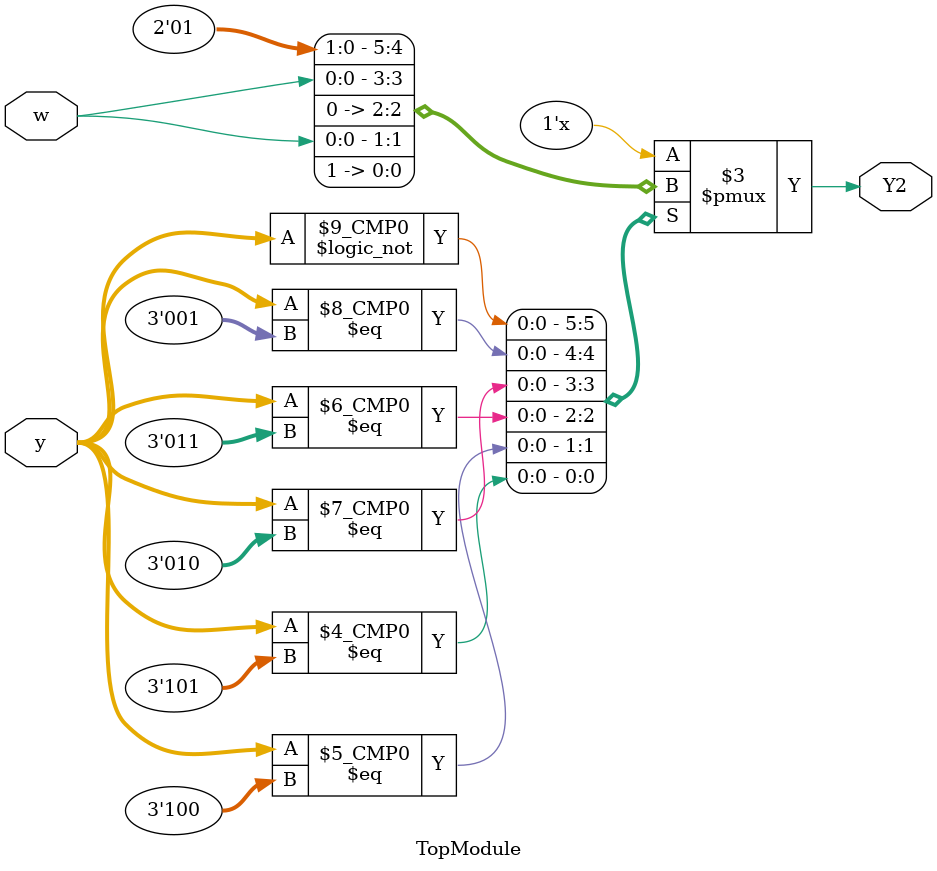
<source format=sv>

module TopModule (
  input [3:1] y,
  input w,
  output reg Y2
);
always @(*) begin
  case (y)
    3'b000: Y2 = 0;  // State A: next state is B(001) or A(000), both have y[2]=0
    3'b001: Y2 = 1;  // State B: next state is C(010) or D(011), both have y[2]=1
    3'b010: Y2 = w;  // State C: on 0→E(100), on 1→D(011), so y[2]=w
    3'b011: Y2 = 0;  // State D: next state is F(101) or A(000), both have y[2]=0
    3'b100: Y2 = w;  // State E: on 0→E(100), on 1→D(011), so y[2]=w
    3'b101: Y2 = 1;  // State F: next state is C(010) or D(011), both have y[2]=1
    default: Y2 = 1'bx;
  endcase
end

endmodule

</source>
